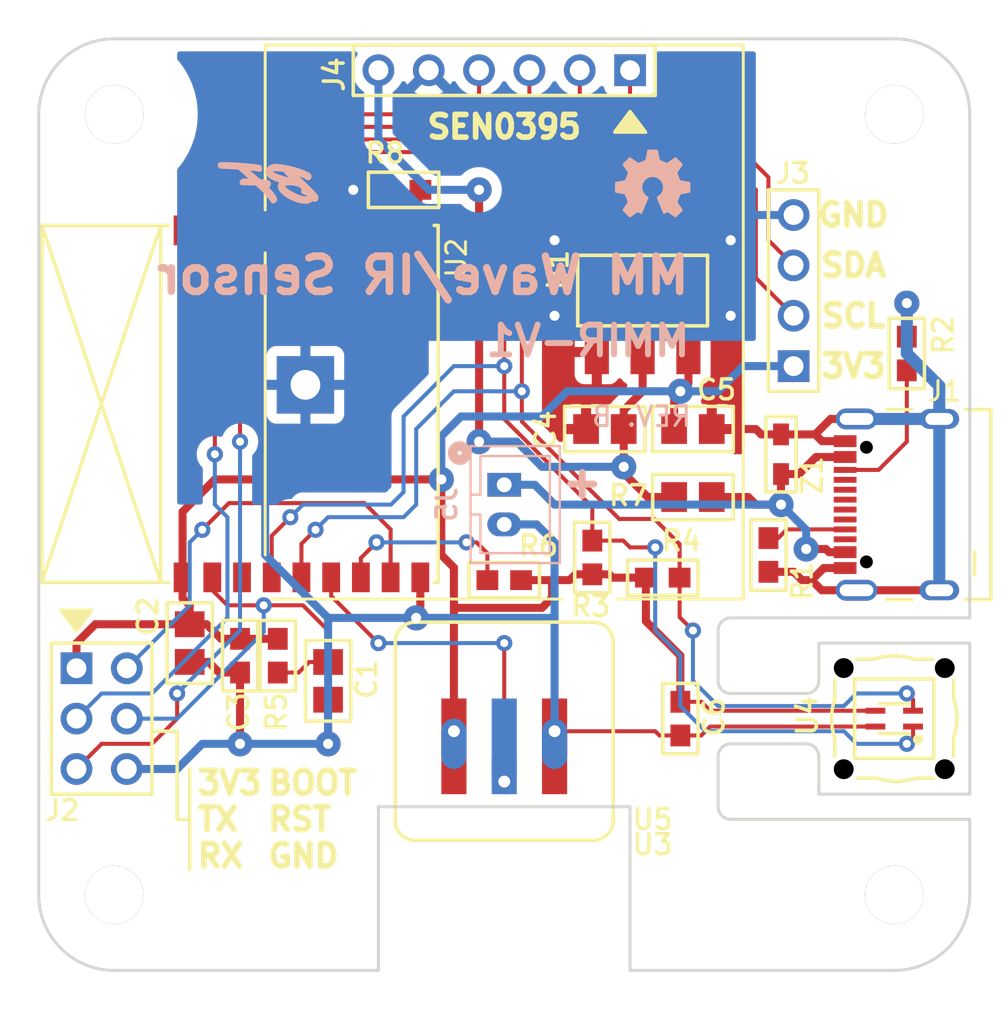
<source format=kicad_pcb>
(kicad_pcb (version 20211014) (generator pcbnew)
  (title_block (date "2022-08-14") (rev "B"))
  (layers (0 "F.Cu" signal) (31 "B.Cu" signal) (34 "B.Paste" user) (35 "F.Paste" user) (36 "B.SilkS" user "B.Silkscreen") (37 "F.SilkS" user "F.Silkscreen") (38 "B.Mask" user) (39 "F.Mask" user) (44 "Edge.Cuts" user))
  (property "DOC_NUM" "MMIR-SCH-01")
  (property "PART_NUM" "MMIR-V1")
  (property "PROJECT_TITLE" "ESPHome MMWave Sensor / IR Sensor")
  (net 0 "")
  (net 1 "GND")
  (net 2 "/RESET")
  (net 3 "+3V3")
  (net 5 "/TX")
  (net 6 "/RX")
  (net 7 "/BOOT")
  (net 8 "/PIR")
  (net 9 "/MM_TX")
  (net 10 "/MM_RX")
  (net 11 "/MM_PD")
  (net 12 "Net-(J1-PadA5)")
  (net 13 "Net-(J1-PadB5)")
  (net 14 "Net-(R6-Pad1)")
  (net 15 "Net-(R8-Pad2)")
  (net 16 "/SDA")
  (net 17 "/SCL")
  (net 25 "/MM_GP1")
  (net 26 "+5V")
  (net 27 "Net-(J1-PadVB)")
  (footprint "conn-header:HDR-M-2x03" (layer "F.Cu") (at 114.3 84.455 -90)
    (fp_text reference "J2" (at 5.207 1.016 180) (layer "F.SilkS") (effects (font (thickness 0.18)) (justify right bottom)))
    (fp_text value "PROG" hide)
    (pad "1" thru_hole rect locked (at -2.54 1.27 270) (size 1.6 1.6) (drill 1) (layers *.Cu *.Mask) (net 3 "+3V3"))
    (pad "2" thru_hole circle locked (at -2.54 -1.27 270) (size 1.6 1.6) (drill 1) (layers *.Cu *.Mask) (net 7 "/BOOT"))
    (pad "3" thru_hole circle locked (at 0 1.27 270) (size 1.6 1.6) (drill 1) (layers *.Cu *.Mask) (net 5 "/TX"))
    (pad "4" thru_hole circle locked (at 0 -1.27 270) (size 1.6 1.6) (drill 1) (layers *.Cu *.Mask) (net 2 "/RESET"))
    (pad "5" thru_hole circle locked (at 2.54 1.27 270) (size 1.6 1.6) (drill 1) (layers *.Cu *.Mask) (net 6 "/RX"))
    (pad "6" thru_hole circle locked (at 2.54 -1.27 270) (size 1.6 1.6) (drill 1) (layers *.Cu *.Mask) (net 1 "GND"))
  )
  (footprint "conn-io:GCT_USB4105-GF-A" (layer "F.Cu") (at 159.179997 73.66 90)
    (fp_text reference "J1" (at 5.715 -2.334997 180) (layer "F.SilkS"))
    (fp_text value "USB4105-GF-A" hide)
    (pad "" np_thru_hole circle (at -2.89 -6.28 90) (size 0.65 0.65) (drill 0.65) (layers *.Mask))
    (pad "" np_thru_hole circle (at 2.89 -6.28 90) (size 0.65 0.65) (drill 0.65) (layers *.Mask))
    (pad "A5" smd rect (at -1.25 -7.355 90) (size 0.3 1.15) (layers "F.Cu" "F.Paste" "F.Mask") (net 12 "Net-(J1-PadA5)"))
    (pad "A6" smd rect (at -0.25 -7.355 90) (size 0.3 1.15) (layers "F.Cu" "F.Paste" "F.Mask"))
    (pad "A7" smd rect (at 0.25 -7.355 90) (size 0.3 1.15) (layers "F.Cu" "F.Paste" "F.Mask"))
    (pad "A8" smd rect (at 1.25 -7.355 90) (size 0.3 1.15) (layers "F.Cu" "F.Paste" "F.Mask"))
    (pad "B5" smd rect (at 1.75 -7.355 90) (size 0.3 1.15) (layers "F.Cu" "F.Paste" "F.Mask") (net 13 "Net-(J1-PadB5)"))
    (pad "B6" smd rect (at 0.75 -7.355 90) (size 0.3 1.15) (layers "F.Cu" "F.Paste" "F.Mask"))
    (pad "B7" smd rect (at -0.75 -7.355 90) (size 0.3 1.15) (layers "F.Cu" "F.Paste" "F.Mask"))
    (pad "B8" smd rect (at -1.75 -7.355 90) (size 0.3 1.15) (layers "F.Cu" "F.Paste" "F.Mask"))
    (pad "G" smd rect (at -3.2 -7.355 90) (size 0.6 1.15) (layers "F.Cu" "F.Paste" "F.Mask") (net 1 "GND"))
    (pad "G" smd rect (at 3.2 -7.355 90) (size 0.6 1.15) (layers "F.Cu" "F.Paste" "F.Mask") (net 1 "GND"))
    (pad "SH" thru_hole oval (at 4.32 -2.6 90) (size 1 2) (drill oval 0.6 1.4) (layers *.Cu *.Mask) (net 1 "GND"))
    (pad "SH" thru_hole oval (at -4.32 -2.6 90) (size 1 2) (drill oval 0.6 1.4) (layers *.Cu *.Mask) (net 1 "GND"))
    (pad "SH" thru_hole oval (at 4.32 -6.78 90) (size 1.05 2.1) (drill oval 0.6 1.7) (layers *.Cu *.Mask) (net 1 "GND"))
    (pad "SH" thru_hole oval (at -4.32 -6.78 90) (size 1.05 2.1) (drill oval 0.6 1.7) (layers *.Cu *.Mask) (net 1 "GND"))
    (pad "VB" smd rect (at -2.4 -7.355 90) (size 0.6 1.15) (layers "F.Cu" "F.Paste" "F.Mask") (net 27 "Net-(J1-PadVB)"))
    (pad "VB" smd rect (at 2.4 -7.355 90) (size 0.6 1.15) (layers "F.Cu" "F.Paste" "F.Mask") (net 27 "Net-(J1-PadVB)"))
  )
  (footprint "symbols:Arrow" (layer "F.Cu") (at 140.97 54.483 180)
    (fp_text reference "REF**" hide)
    (fp_text value "VAL**" hide)
  )
  (footprint "conn-wire-pads:Hole-Screw-NP-#4" (layer "F.Cu") (at 154.305 93.345)
    (fp_text reference "H2" hide)
    (fp_text value "Hole" hide)
    (pad "P" thru_hole circle locked (at 0 0) (size 2.9464 2.9464) (drill 2.9464) (layers *.Cu *.Mask) (clearance 2.7178))
  )
  (footprint "smt-sot:SOT-223" (layer "F.Cu") (at 141.605 62.865)
    (fp_text reference "U1" (at -3.683 -2.159 90) (layer "F.SilkS") (effects (font (thickness 0.18)) (justify right bottom)))
    (fp_text value "AP7365-33ERG-13" hide)
    (pad "1" smd rect (at -2.3114 3.0988) (size 1.2192 2.2352) (layers "F.Cu" "F.Paste" "F.Mask") (net 1 "GND"))
    (pad "2" smd rect (at 0 3.0988) (size 1.2192 2.2352) (layers "F.Cu" "F.Paste" "F.Mask") (net 26 "+5V"))
    (pad "2" smd rect (at 0 -3.099) (size 3.6 2.2) (layers "F.Cu" "F.Paste" "F.Mask") (net 26 "+5V"))
    (pad "3" smd rect (at 2.3114 3.0988) (size 1.2192 2.2352) (layers "F.Cu" "F.Paste" "F.Mask") (net 3 "+3V3"))
  )
  (footprint "smt:FER-0805" (layer "F.Cu") (at 144.145 73.279 180)
    (fp_text reference "R7" (at 2.159 -0.508) (layer "F.SilkS") (effects (font (thickness 0.18)) (justify right bottom)))
    (fp_text value "0" hide)
    (pad "1" smd rect locked (at -0.95 0 180) (size 1.3 1.5) (layers "F.Cu" "F.Paste" "F.Mask") (net 27 "Net-(J1-PadVB)"))
    (pad "2" smd rect locked (at 0.95 0 180) (size 1.3 1.5) (layers "F.Cu" "F.Paste" "F.Mask") (net 26 "+5V"))
  )
  (footprint "conn-wire-pads:Hole-Screw-NP-#4" (layer "F.Cu") (at 114.935 53.975)
    (fp_text reference "H3" hide)
    (fp_text value "Hole" hide)
    (pad "P" thru_hole circle locked (at 0 0) (size 2.9464 2.9464) (drill 2.9464) (layers *.Cu *.Mask) (clearance 2.7178))
  )
  (footprint "misc:SF2-SensorCap" (layer "F.Cu") (at 154.305 84.455)
    (fp_text reference "H5" hide)
    (fp_text value "SF2" hide)
    (pad "" np_thru_hole circle (at 2.55 -2.55) (size 1 1) (drill 1) (layers *.Mask))
    (pad "" np_thru_hole circle (at -2.55 2.55) (size 1 1) (drill 1) (layers *.Mask))
    (pad "" np_thru_hole circle (at -2.55 -2.55) (size 1 1) (drill 1) (layers *.Mask))
    (pad "" np_thru_hole circle (at 2.55 2.55) (size 1 1) (drill 1) (layers *.Mask))
  )
  (footprint "smt:C-0603" (layer "F.Cu") (at 121.285 81.28 90)
    (fp_text reference "C3" (at -3.937 0.508 270) (layer "F.SilkS") (effects (font (thickness 0.18)) (justify left bottom)))
    (fp_text value "100nF" hide)
    (pad "1" smd rect locked (at -0.85 0 90) (size 1.1 1) (layers "F.Cu" "F.Paste" "F.Mask") (net 1 "GND"))
    (pad "2" smd rect locked (at 0.85 0 90) (size 1.1 1) (layers "F.Cu" "F.Paste" "F.Mask") (net 3 "+3V3"))
  )
  (footprint "smt:R-0603" (layer "F.Cu") (at 134.62 77.47)
    (fp_text reference "R6" (at 0.635 -1.143) (layer "F.SilkS") (effects (font (thickness 0.18)) (justify left bottom)))
    (fp_text value "10k" hide)
    (pad "1" smd rect locked (at -0.85 0) (size 1.1 1) (layers "F.Cu" "F.Paste" "F.Mask") (net 14 "Net-(R6-Pad1)"))
    (pad "2" smd rect locked (at 0.85 0) (size 1.1 1) (layers "F.Cu" "F.Paste" "F.Mask") (net 3 "+3V3"))
  )
  (footprint "symbols:Arrow" (layer "F.Cu") (at 113.03 79.375)
    (fp_text reference "REF**" hide)
    (fp_text value "VAL**" hide)
  )
  (footprint "conn-wire-pads:Hole-Screw-NP-#4" (layer "F.Cu") (at 114.935 93.345)
    (fp_text reference "H1" hide)
    (fp_text value "Hole" hide)
    (pad "P" thru_hole circle locked (at 0 0) (size 2.9464 2.9464) (drill 2.9464) (layers *.Cu *.Mask) (clearance 2.7178))
  )
  (footprint "misc:PIR-EKMB1310111K-EDGE" (layer "F.Cu") (at 134.62 88.9)
    (fp_text reference "U3" (at 7.493 1.905 unlocked) (layer "F.SilkS") (effects (font (thickness 0.18))))
    (fp_text value "EKMB1305111K" hide)
    (pad "1" smd rect (at -2.54 -3.048) (size 1.27 4.826) (layers "F.Cu" "F.Paste" "F.Mask") (net 3 "+3V3"))
    (pad "2" smd rect (at 0 -3.048) (size 1.27 4.826) (layers "B.Cu" "B.Paste" "B.Mask") (net 8 "/PIR"))
    (pad "3" smd rect (at 2.54 -3.048) (size 1.27 4.826) (layers "F.Cu" "F.Paste" "F.Mask") (net 1 "GND"))
  )
  (footprint "smt:C-0805" (layer "F.Cu") (at 118.745 80.645 90)
    (fp_text reference "C2" (at 0.254 -1.524 90) (layer "F.SilkS") (effects (font (thickness 0.18)) (justify left bottom)))
    (fp_text value "10uF" hide)
    (pad "1" smd rect locked (at -0.95 0 90) (size 1.3 1.5) (layers "F.Cu" "F.Paste" "F.Mask") (net 1 "GND"))
    (pad "2" smd rect locked (at 0.95 0 90) (size 1.3 1.5) (layers "F.Cu" "F.Paste" "F.Mask") (net 3 "+3V3"))
  )
  (footprint "smt:R-0603" (layer "F.Cu") (at 123.19 81.28 90)
    (fp_text reference "R5" (at -3.937 0.508 270) (layer "F.SilkS") (effects (font (thickness 0.18)) (justify left bottom)))
    (fp_text value "10k" hide)
    (pad "1" smd rect locked (at -0.85 0 90) (size 1.1 1) (layers "F.Cu" "F.Paste" "F.Mask") (net 2 "/RESET"))
    (pad "2" smd rect locked (at 0.85 0 90) (size 1.1 1) (layers "F.Cu" "F.Paste" "F.Mask") (net 3 "+3V3"))
  )
  (footprint "smt:C-0805" (layer "F.Cu") (at 125.73 82.55 90)
    (fp_text reference "C1" (at -1.016 2.54 90) (layer "F.SilkS") (effects (font (thickness 0.18)) (justify left bottom)))
    (fp_text value "1uF" hide)
    (pad "1" smd rect locked (at -0.95 0 90) (size 1.3 1.5) (layers "F.Cu" "F.Paste" "F.Mask") (net 1 "GND"))
    (pad "2" smd rect locked (at 0.95 0 90) (size 1.3 1.5) (layers "F.Cu" "F.Paste" "F.Mask") (net 2 "/RESET"))
  )
  (footprint "smt:R-0603" (layer "F.Cu") (at 129.54 57.785)
    (fp_text reference "R8" (at -2.032 -1.27) (layer "F.SilkS") (effects (font (thickness 0.18)) (justify left bottom)))
    (fp_text value "10k" hide)
    (pad "1" smd rect locked (at -0.85 0) (size 1.1 1) (layers "F.Cu" "F.Paste" "F.Mask") (net 1 "GND"))
    (pad "2" smd rect locked (at 0.85 0) (size 1.1 1) (layers "F.Cu" "F.Paste" "F.Mask") (net 15 "Net-(R8-Pad2)"))
  )
  (footprint "misc:ESP32-C3-WROOM" (layer "F.Cu") (at 121.285 68.58 90)
    (fp_text reference "U2" (at 7.366 10.922 90) (layer "F.SilkS"))
    (fp_text value "ESP32-C3-WROOM-02" hide)
    (pad "1" smd rect locked (at -8.75 -2.9 90) (size 1.5 0.9) (layers "F.Cu" "F.Paste" "F.Mask") (net 3 "+3V3"))
    (pad "2" smd rect locked (at -8.75 -1.4 90) (size 1.5 0.9) (layers "F.Cu" "F.Paste" "F.Mask") (net 2 "/RESET"))
    (pad "3" smd rect locked (at -8.75 0.1 90) (size 1.5 0.9) (layers "F.Cu" "F.Paste" "F.Mask"))
    (pad "4" smd rect locked (at -8.75 1.6 90) (size 1.5 0.9) (layers "F.Cu" "F.Paste" "F.Mask") (net 16 "/SDA"))
    (pad "5" smd rect locked (at -8.75 3.1 90) (size 1.5 0.9) (layers "F.Cu" "F.Paste" "F.Mask") (net 17 "/SCL"))
    (pad "6" smd rect locked (at -8.75 4.6 90) (size 1.5 0.9) (layers "F.Cu" "F.Paste" "F.Mask") (net 8 "/PIR"))
    (pad "7" smd rect locked (at -8.75 6.1 90) (size 1.5 0.9) (layers "F.Cu" "F.Paste" "F.Mask") (net 14 "Net-(R6-Pad1)"))
    (pad "8" smd rect locked (at -8.75 7.6 90) (size 1.5 0.9) (layers "F.Cu" "F.Paste" "F.Mask") (net 7 "/BOOT"))
    (pad "9" smd rect locked (at -8.75 9.1 90) (size 1.5 0.9) (layers "F.Cu" "F.Paste" "F.Mask") (net 1 "GND"))
    (pad "10" smd rect locked (at 8.75 9.1 90) (size 1.5 0.9) (layers "F.Cu" "F.Paste" "F.Mask") (net 15 "Net-(R8-Pad2)"))
    (pad "11" smd rect locked (at 8.75 7.6 90) (size 1.5 0.9) (layers "F.Cu" "F.Paste" "F.Mask") (net 6 "/RX"))
    (pad "12" smd rect locked (at 8.75 6.1 90) (size 1.5 0.9) (layers "F.Cu" "F.Paste" "F.Mask") (net 5 "/TX"))
    (pad "13" smd rect locked (at 8.75 4.6 90) (size 1.5 0.9) (layers "F.Cu" "F.Paste" "F.Mask") (net 9 "/MM_TX"))
    (pad "14" smd rect locked (at 8.75 3.1 90) (size 1.5 0.9) (layers "F.Cu" "F.Paste" "F.Mask") (net 10 "/MM_RX"))
    (pad "15" smd rect locked (at 8.75 1.6 90) (size 1.5 0.9) (layers "F.Cu" "F.Paste" "F.Mask") (net 25 "/MM_GP1"))
    (pad "16" smd rect locked (at 8.75 0.1 90) (size 1.5 0.9) (layers "F.Cu" "F.Paste" "F.Mask"))
    (pad "17" smd rect locked (at 8.75 -1.4 90) (size 1.5 0.9) (layers "F.Cu" "F.Paste" "F.Mask") (net 11 "/MM_PD"))
    (pad "18" smd rect locked (at 8.75 -2.9 90) (size 1.5 0.9) (layers "F.Cu" "F.Paste" "F.Mask"))
    (pad "EP" thru_hole rect locked (at 0.96 3.3 90) (size 2.9 2.9) (drill 1.5) (property pad_prop_heatsink) (layers *.Cu *.Mask) (net 1 "GND"))
    (zone (net 0) (net_name "") (layer "F.Cu") (connect_pads (clearance 0)) (min_thickness 0.254)
      (keepout (tracks not_allowed) (vias not_allowed) (pads not_allowed) (copperpour not_allowed) (footprints allowed))
      (fill (thermal_gap 0.508) (thermal_bridge_width 0.508))
      (polygon (pts (xy 117.285 77.58) (xy 117.285 59.58) (xy 111.285 59.58) (xy 111.285 77.58)))
    )
    (zone (net 0) (net_name "") (layer "B.Cu") (connect_pads (clearance 0)) (min_thickness 0.254)
      (keepout (tracks not_allowed) (vias not_allowed) (pads not_allowed) (copperpour not_allowed) (footprints allowed))
      (fill (thermal_gap 0.508) (thermal_bridge_width 0.508))
      (polygon (pts (xy 117.285 59.58) (xy 117.285 77.58) (xy 111.285 77.58) (xy 111.285 59.58)))
    )
  )
  (footprint "smt:R-0603" (layer "F.Cu") (at 154.94 66.04 -90)
    (fp_text reference "R2" (at -2.032 -2.413 90) (layer "F.SilkS") (effects (font (thickness 0.18)) (justify right bottom)))
    (fp_text value "5.1k" hide)
    (pad "1" smd rect locked (at -0.85 0 270) (size 1.1 1) (layers "F.Cu" "F.Paste" "F.Mask") (net 1 "GND"))
    (pad "2" smd rect locked (at 0.85 0 270) (size 1.1 1) (layers "F.Cu" "F.Paste" "F.Mask") (net 13 "Net-(J1-PadB5)"))
  )
  (footprint "conn-wire-pads:Hole-Screw-NP-#4" (layer "F.Cu") (at 154.305 53.975)
    (fp_text reference "H4" hide)
    (fp_text value "Hole" hide)
    (pad "P" thru_hole circle locked (at 0 0) (size 2.9464 2.9464) (drill 2.9464) (layers *.Cu *.Mask) (clearance 2.7178))
  )
  (footprint "smt:SOD-323-NP" (layer "F.Cu") (at 148.59 71.12 -90)
    (fp_text reference "Z1" (at 0 -2.159 90) (layer "F.SilkS") (effects (font (thickness 0.18)) (justify right bottom)))
    (fp_text value "CDSOD323-T05C" hide)
    (pad "1" smd rect (at -1 0 270) (size 1.1 0.8) (layers "F.Cu" "F.Paste" "F.Mask") (net 1 "GND"))
    (pad "2" smd rect (at 1 0 270) (size 1.1 0.8) (layers "F.Cu" "F.Paste" "F.Mask") (net 27 "Net-(J1-PadVB)"))
  )
  (footprint "smt-dfn:DFN4" (layer "F.Cu") (at 154.305 84.455 180)
    (fp_text reference "U4" (at 3.81 1.27 90) (layer "F.SilkS") (effects (font (thickness 0.18)) (justify right bottom)))
    (fp_text value "SHT4X" hide)
    (pad "1" smd rect (at -0.95 -0.4 180) (size 1 0.3) (layers "F.Cu" "F.Paste" "F.Mask") (net 16 "/SDA") (clearance 0.25))
    (pad "2" smd rect (at -0.95 0.4 180) (size 1 0.3) (layers "F.Cu" "F.Paste" "F.Mask") (net 17 "/SCL") (clearance 0.25))
    (pad "3" smd rect (at 0.95 0.4 180) (size 1 0.3) (layers "F.Cu" "F.Paste" "F.Mask") (net 3 "+3V3") (clearance 0.25))
    (pad "4" smd rect (at 0.95 -0.4 180) (size 1 0.3) (layers "F.Cu" "F.Paste" "F.Mask") (net 1 "GND") (clearance 0.25))
  )
  (footprint "smt:R-0603" (layer "F.Cu") (at 142.621 77.343 180)
    (fp_text reference "R4" (at -2.032 1.27) (layer "F.SilkS") (effects (font (thickness 0.18)) (justify right bottom)))
    (fp_text value "10k" hide)
    (pad "1" smd rect locked (at -0.85 0 180) (size 1.1 1) (layers "F.Cu" "F.Paste" "F.Mask") (net 17 "/SCL"))
    (pad "2" smd rect locked (at 0.85 0 180) (size 1.1 1) (layers "F.Cu" "F.Paste" "F.Mask") (net 3 "+3V3"))
  )
  (footprint "smt:C-0805" (layer "F.Cu") (at 144.145 69.85 180)
    (fp_text reference "C5" (at -2.286 1.397) (layer "F.SilkS") (effects (font (thickness 0.18)) (justify right bottom)))
    (fp_text value "1uF" hide)
    (pad "1" smd rect locked (at -0.95 0 180) (size 1.3 1.5) (layers "F.Cu" "F.Paste" "F.Mask") (net 1 "GND"))
    (pad "2" smd rect locked (at 0.95 0 180) (size 1.3 1.5) (layers "F.Cu" "F.Paste" "F.Mask") (net 3 "+3V3"))
  )
  (footprint "conn-header:HDR-M-1x04" (layer "F.Cu") (at 149.225 62.865 90)
    (fp_text reference "J3" (at 5.334 -1.016 180) (layer "F.SilkS") (effects (font (thickness 0.18)) (justify left bottom)))
    (fp_text value "I2C" hide)
    (pad "1" thru_hole rect locked (at -3.81 0 90) (size 1.6 1.6) (drill 1) (layers *.Cu *.Mask) (net 3 "+3V3"))
    (pad "2" thru_hole circle locked (at -1.27 0 90) (size 1.6 1.6) (drill 1) (layers *.Cu *.Mask) (net 17 "/SCL"))
    (pad "3" thru_hole circle locked (at 1.27 0 90) (size 1.6 1.6) (drill 1) (layers *.Cu *.Mask) (net 16 "/SDA"))
    (pad "4" thru_hole circle locked (at 3.81 0 90) (size 1.6 1.6) (drill 1) (layers *.Cu *.Mask) (net 1 "GND"))
  )
  (footprint "smt:C-0805" (layer "F.Cu") (at 139.7 69.85)
    (fp_text reference "C4" (at -2.413 1.143 90) (layer "F.SilkS") (effects (font (thickness 0.18)) (justify left bottom)))
    (fp_text value "1uF" hide)
    (pad "1" smd rect locked (at -0.95 0) (size 1.3 1.5) (layers "F.Cu" "F.Paste" "F.Mask") (net 1 "GND"))
    (pad "2" smd rect locked (at 0.95 0) (size 1.3 1.5) (layers "F.Cu" "F.Paste" "F.Mask") (net 26 "+5V"))
  )
  (footprint "smt:C-0603" (layer "F.Cu") (at 143.51 84.455 90)
    (fp_text reference "C6" (at -1.016 2.286 270) (layer "F.SilkS") (effects (font (thickness 0.18)) (justify left bottom)))
    (fp_text value "100nF" hide)
    (pad "1" smd rect locked (at -0.85 0 90) (size 1.1 1) (layers "F.Cu" "F.Paste" "F.Mask") (net 1 "GND"))
    (pad "2" smd rect locked (at 0.85 0 90) (size 1.1 1) (layers "F.Cu" "F.Paste" "F.Mask") (net 3 "+3V3"))
  )
  (footprint "smt:R-0603" (layer "F.Cu") (at 139.065 76.327 -90)
    (fp_text reference "R3" (at 3.048 -1.016 180) (layer "F.SilkS") (effects (font (thickness 0.18)) (justify right bottom)))
    (fp_text value "10k" hide)
    (pad "1" smd rect locked (at -0.85 0 270) (size 1.1 1) (layers "F.Cu" "F.Paste" "F.Mask") (net 16 "/SDA"))
    (pad "2" smd rect locked (at 0.85 0 270) (size 1.1 1) (layers "F.Cu" "F.Paste" "F.Mask") (net 3 "+3V3"))
  )
  (footprint "smt:R-0603" (layer "F.Cu") (at 147.955 76.2 90)
    (fp_text reference "R1" (at -2.413 2.286 270) (layer "F.SilkS") (effects (font (thickness 0.18)) (justify left bottom)))
    (fp_text value "5.1k" hide)
    (pad "1" smd rect locked (at -0.85 0 90) (size 1.1 1) (layers "F.Cu" "F.Paste" "F.Mask") (net 1 "GND"))
    (pad "2" smd rect locked (at 0.85 0 90) (size 1.1 1) (layers "F.Cu" "F.Paste" "F.Mask") (net 12 "Net-(J1-PadA5)"))
  )
  (footprint "misc:PIR-EKMB1310111K" (layer "F.Cu") (at 134.62 85.09)
    (fp_text reference "U5" (at 7.493 4.445 unlocked) (layer "F.SilkS") (effects (font (thickness 0.18))))
    (fp_text value "N/A" hide)
    (pad "1" thru_hole oval (at -2.54 0 180) (size 1.27 2.54) (drill 0.6 (offset 0 -0.635)) (layers *.Cu *.Mask) (net 3 "+3V3"))
    (pad "2" thru_hole oval (at 0 2.54) (size 1.27 2.54) (drill 0.6 (offset 0 -0.635)) (layers *.Cu *.Mask) (net 8 "/PIR"))
    (pad "3" thru_hole oval (at 2.54 0 180) (size 1.27 2.54) (drill 0.6 (offset 0 -0.635)) (layers *.Cu *.Mask) (net 1 "GND"))
  )
  (footprint "conn-header:HDR-M-1x06" (layer "F.Cu") (at 134.62 51.7525 180)
    (fp_text reference "J4" (at 8.001 0.762 90) (layer "F.SilkS") (effects (font (thickness 0.18)) (justify right bottom)))
    (fp_text value "MMW_SENSOR" hide)
    (pad "1" thru_hole rect locked (at -6.35 0 180) (size 1.6 1.6) (drill 1) (layers *.Cu *.Mask) (net 9 "/MM_TX"))
    (pad "2" thru_hole circle locked (at -3.81 0 180) (size 1.6 1.6) (drill 1) (layers *.Cu *.Mask) (net 10 "/MM_RX"))
    (pad "3" thru_hole circle locked (at -1.27 0 180) (size 1.6 1.6) (drill 1) (layers *.Cu *.Mask) (net 25 "/MM_GP1"))
    (pad "4" thru_hole circle locked (at 1.27 0 180) (size 1.6 1.6) (drill 1) (layers *.Cu *.Mask) (net 11 "/MM_PD"))
    (pad "5" thru_hole circle locked (at 3.81 0 180) (size 1.6 1.6) (drill 1) (layers *.Cu *.Mask) (net 1 "GND"))
    (pad "6" thru_hole circle locked (at 6.35 0 180) (size 1.6 1.6) (drill 1) (layers *.Cu *.Mask) (net 26 "+5V"))
  )
  (footprint "symbols:SIGNATURE_SILK" (layer "B.Cu") (at 122.809 57.404 180)
    (fp_text reference "REF**" hide)
    (fp_text value "VAL**" hide)
  )
  (footprint "symbols:LOGO-OSHW-150" (layer "B.Cu") (at 142.113 57.658 180)
    (fp_text reference "REF**" hide)
    (fp_text value "VAL**" hide)
  )
  (footprint "symbols:PART_INFO" (layer "B.Cu") (at 144.145 67.564 180)
    (fp_text reference "REF**" hide)
    (fp_text value "PART_INFO" hide)
    (fp_text user "REV. ${REVISION}" (at 0 -1.651 unlocked) (layer "B.SilkS") (effects (justify left mirror)))
    (fp_text user "${PART_NUM}" (at 0 2.159 unlocked) (layer "B.SilkS") (effects (font (size 1.5 1.5) (thickness 0.3)) (justify left mirror)))
  )
  (footprint "conn-jst:B2B-PH-K" (layer "B.Cu") (at 134.62 73.66 -90)
    (fp_text reference "J5" (at 0 2.9 90) (layer "B.SilkS") (effects (font (thickness 0.18)) (justify mirror)))
    (fp_text value "VIN" hide)
    (pad "1" thru_hole rect locked (at -1 0 270) (size 1.2 1.7) (drill 0.75) (layers *.Cu *.Mask) (net 27 "Net-(J1-PadVB)"))
    (pad "2" thru_hole oval locked (at 1 0 270) (size 1.2 1.7) (drill 0.75) (layers *.Cu *.Mask) (net 1 "GND"))
  )
  (gr_line (start 118.745 86.995) (end 118.745 89.535) (layer "F.SilkS") (width 0.15))
  (gr_line (start 116.84 85.09) (end 118.11 85.09) (layer "F.SilkS") (width 0.1778))
  (gr_line (start 137.541 78.4225) (end 122.8725 78.4225) (layer "F.SilkS") (width 0.15))
  (gr_line (start 146.685 78.4225) (end 140.335 78.4225) (layer "F.SilkS") (width 0.15))
  (gr_line (start 146.685 50.546) (end 146.685 78.4225) (layer "F.SilkS") (width 0.15))
  (gr_line (start 122.555 50.4825) (end 127 50.4825) (layer "F.SilkS") (width 0.15))
  (gr_line (start 118.745 89.535) (end 118.745 92.075) (layer "F.SilkS") (width 0.1778))
  (gr_line (start 118.745 89.535) (end 118.745 86.995) (layer "F.SilkS") (width 0.1778))
  (gr_line (start 122.555 58.801) (end 122.555 50.4825) (layer "F.SilkS") (width 0.15))
  (gr_line (start 142.24 50.4825) (end 146.685 50.4825) (layer "F.SilkS") (width 0.15))
  (gr_line (start 122.555 76.2) (end 122.555 60.96) (layer "F.SilkS") (width 0.15))
  (gr_line (start 118.11 89.535) (end 118.745 89.535) (layer "F.SilkS") (width 0.1778))
  (gr_line (start 118.11 85.09) (end 118.11 89.535) (layer "F.SilkS") (width 0.1778))
  (gr_line (start 150.495 82.55) (end 150.495 80.645) (layer "Edge.Cuts") (width 0.15))
  (gr_line (start 111.125 93.345) (end 111.125 53.975) (layer "Edge.Cuts") (width 0.15))
  (gr_arc (start 146.05 83.185) (mid 145.600987 82.999013) (end 145.415 82.55) (layer "Edge.Cuts") (width 0.15))
  (gr_line (start 140.97 97.155) (end 140.97 88.9) (layer "Edge.Cuts") (width 0.15))
  (gr_line (start 158.115 89.535) (end 158.115 93.345) (layer "Edge.Cuts") (width 0.15))
  (gr_line (start 149.86 83.185) (end 146.05 83.185) (layer "Edge.Cuts") (width 0.15))
  (gr_line (start 145.415 80.01) (end 145.415 82.55) (layer "Edge.Cuts") (width 0.15))
  (gr_arc (start 145.415 86.36) (mid 145.600987 85.910987) (end 146.05 85.725) (layer "Edge.Cuts") (width 0.15))
  (gr_arc (start 146.05 89.535) (mid 145.600987 89.349013) (end 145.415 88.9) (layer "Edge.Cuts") (width 0.15))
  (gr_arc (start 149.86 85.725) (mid 150.309013 85.910987) (end 150.495 86.36) (layer "Edge.Cuts") (width 0.15))
  (gr_arc (start 150.495 82.55) (mid 150.309013 82.999013) (end 149.86 83.185) (layer "Edge.Cuts") (width 0.15))
  (gr_line (start 150.495 80.645) (end 158.115 80.645) (layer "Edge.Cuts") (width 0.15))
  (gr_arc (start 114.935 97.155) (mid 112.240923 96.039077) (end 111.125 93.345) (layer "Edge.Cuts") (width 0.15))
  (gr_arc (start 111.125 53.975) (mid 112.240923 51.280923) (end 114.935 50.165) (layer "Edge.Cuts") (width 0.15))
  (gr_line (start 158.115 53.975) (end 158.115 79.375) (layer "Edge.Cuts") (width 0.15))
  (gr_arc (start 158.115 93.345) (mid 156.999077 96.039077) (end 154.305 97.155) (layer "Edge.Cuts") (width 0.15))
  (gr_line (start 145.415 86.36) (end 145.415 88.9) (layer "Edge.Cuts") (width 0.15))
  (gr_arc (start 145.415 80.01) (mid 145.600987 79.560987) (end 146.05 79.375) (layer "Edge.Cuts") (width 0.15))
  (gr_line (start 149.86 85.725) (end 146.05 85.725) (layer "Edge.Cuts") (width 0.15))
  (gr_line (start 128.27 88.9) (end 128.27 97.155) (layer "Edge.Cuts") (width 0.15))
  (gr_line (start 158.115 79.375) (end 146.05 79.375) (layer "Edge.Cuts") (width 0.15))
  (gr_line (start 158.115 88.265) (end 150.495 88.265) (layer "Edge.Cuts") (width 0.15))
  (gr_line (start 158.115 80.645) (end 158.115 88.265) (layer "Edge.Cuts") (width 0.15))
  (gr_line (start 114.935 50.165) (end 154.305 50.165) (layer "Edge.Cuts") (width 0.15))
  (gr_line (start 128.27 97.155) (end 114.935 97.155) (layer "Edge.Cuts") (width 0.15))
  (gr_line (start 150.495 88.265) (end 150.495 86.36) (layer "Edge.Cuts") (width 0.15))
  (gr_line (start 140.97 88.9) (end 128.27 88.9) (layer "Edge.Cuts") (width 0.15))
  (gr_arc (start 154.305 50.165) (mid 156.999077 51.280923) (end 158.115 53.975) (layer "Edge.Cuts") (width 0.15))
  (gr_line (start 146.05 89.535) (end 158.115 89.535) (layer "Edge.Cuts") (width 0.15))
  (gr_line (start 140.97 97.155) (end 154.305 97.155) (layer "Edge.Cuts") (width 0.15))
  (gr_text "MM Wave/IR Sensor" (at 144.145 62.103) (layer "B.SilkS") (effects (font (size 1.778 1.778) (thickness 0.381)) (justify left mirror)))
  (gr_text "+" (at 138.557 72.517) (layer "B.SilkS") (effects (font (size 1.524 1.524) (thickness 0.3556)) (justify mirror)))
  (gr_text "GND" (at 152.2476 59.055) (layer "F.SilkS") (effects (font (size 1.143 1.143) (thickness 0.28575))))
  (gr_text "3V3" (at 152.2476 66.675) (layer "F.SilkS") (effects (font (size 1.143 1.143) (thickness 0.28575))))
  (gr_text "SDA" (at 152.2476 61.595) (layer "F.SilkS") (effects (font (size 1.143 1.143) (thickness 0.28575))))
  (gr_text "SCL" (at 152.2476 64.135) (layer "F.SilkS") (effects (font (size 1.143 1.143) (thickness 0.28575))))
  (gr_text "3V3\nTX\nRX" (at 118.999 89.535) (layer "F.SilkS") (effects (font (size 1.143 1.143) (thickness 0.28575)) (justify left)))
  (gr_text "SEN0395" (at 134.62 54.61) (layer "F.SilkS") (effects (font (size 1.143 1.143) (thickness 0.28575))))
  (gr_text "BOOT\nRST\nGND" (at 122.555 89.535) (layer "F.SilkS") (effects (font (size 1.143 1.143) (thickness 0.28575)) (justify left)))
  (segment (start 149.645 77.47) (end 150.135 77.47) (width 0.4064) (layer "F.Cu") (net 1))
  (segment (start 150.645 77.98) (end 150.135 77.47) (width 0.4064) (layer "F.Cu") (net 1))
  (segment (start 142.455 85.305) (end 142.24 85.09) (width 0.2032) (layer "F.Cu") (net 1))
  (segment (start 130.385 79.165) (end 130.385 77.33) (width 0.4064) (layer "F.Cu") (net 1))
  (segment (start 148.59 70.12) (end 147.59 70.12) (width 0.4064) (layer "F.Cu") (net 1))
  (segment (start 149.225 77.05) (end 149.645 77.47) (width 0.4064) (layer "F.Cu") (net 1))
  (segment (start 142.455 85.305) (end 143.51 85.305) (width 0.2032) (layer "F.Cu") (net 1))
  (segment (start 154.94 65.19) (end 154.94 63.5) (width 0.4064) (layer "F.Cu") (net 1))
  (segment (start 151.825 76.86) (end 150.745 76.86) (width 0.4064) (layer "F.Cu") (net 1))
  (segment (start 121.285 82.13) (end 120.23 82.13) (width 0.4064) (layer "F.Cu") (net 1))
  (segment (start 119.695 81.595) (end 118.745 81.595) (width 0.4064) (layer "F.Cu") (net 1))
  (segment (start 152.399997 77.98) (end 150.645 77.98) (width 0.4064) (layer "F.Cu") (net 1))
  (segment (start 151.824997 70.46) (end 150.6525 70.46) (width 0.4064) (layer "F.Cu") (net 1))
  (segment (start 144.565 85.305) (end 143.51 85.305) (width 0.2032) (layer "F.Cu") (net 1))
  (segment (start 147.59 70.12) (end 147.32 69.85) (width 0.4064) (layer "F.Cu") (net 1))
  (segment (start 153.355 84.855) (end 145.015 84.855) (width 0.2032) (layer "F.Cu") (net 1))
  (segment (start 156.579997 77.98) (end 152.399997 77.98) (width 0.4064) (layer "F.Cu") (net 1))
  (segment (start 145.015 84.855) (end 144.565 85.305) (width 0.2032) (layer "F.Cu") (net 1))
  (segment (start 128.69 57.785) (end 127 57.785) (width 0.4064) (layer "F.Cu") (net 1))
  (segment (start 142.24 85.09) (end 137.16 85.09) (width 0.2032) (layer "F.Cu") (net 1))
  (segment (start 150.745 76.86) (end 150.135 77.47) (width 0.4064) (layer "F.Cu") (net 1))
  (segment (start 150.3125 70.12) (end 148.59 70.12) (width 0.4064) (layer "F.Cu") (net 1))
  (segment (start 125.73 83.5) (end 125.73 85.725) (width 0.4064) (layer "F.Cu") (net 1))
  (segment (start 150.6525 70.46) (end 150.3125 70.12) (width 0.4064) (layer "F.Cu") (net 1))
  (segment (start 130.175 79.375) (end 130.385 79.165) (width 0.4064) (layer "F.Cu") (net 1))
  (segment (start 152.399997 69.34) (end 151.0925 69.34) (width 0.4064) (layer "F.Cu") (net 1))
  (segment (start 147.955 77.05) (end 149.225 77.05) (width 0.4064) (layer "F.Cu") (net 1))
  (segment (start 147.32 69.85) (end 145.095 69.85) (width 0.4064) (layer "F.Cu") (net 1))
  (segment (start 120.23 82.13) (end 119.695 81.595) (width 0.4064) (layer "F.Cu") (net 1))
  (segment (start 121.285 82.13) (end 121.285 85.725) (width 0.4064) (layer "F.Cu") (net 1))
  (segment (start 151.0925 69.34) (end 150.3125 70.12) (width 0.4064) (layer "F.Cu") (net 1))
  (via (at 146.05 64.135) (size 1.27) (drill 0.508) (layers "F.Cu" "B.Cu") (net 1))
  (via (at 146.05 60.325) (size 1.27) (drill 0.508) (layers "F.Cu" "B.Cu") (net 1))
  (via (at 130.175 79.375) (size 1.27) (drill 0.508) (layers "F.Cu" "B.Cu") (net 1))
  (via (at 121.285 85.725) (size 1.27) (drill 0.508) (layers "F.Cu" "B.Cu") (net 1))
  (via (at 127 57.785) (size 1.27) (drill 0.508) (layers "F.Cu" "B.Cu") (net 1))
  (via (at 137.16 60.325) (size 1.27) (drill 0.508) (layers "F.Cu" "B.Cu") (net 1))
  (via (at 137.16 64.135) (size 1.27) (drill 0.508) (layers "F.Cu" "B.Cu") (net 1))
  (via (at 125.73 85.725) (size 1.27) (drill 0.508) (layers "F.Cu" "B.Cu") (net 1))
  (via (at 154.94 63.5) (size 1.27) (drill 0.508) (layers "F.Cu" "B.Cu") (net 1))
  (segment (start 156.579997 67.679997) (end 154.94 66.04) (width 0.6096) (layer "B.Cu") (net 1))
  (segment (start 121.285 85.725) (end 125.73 85.725) (width 0.4064) (layer "B.Cu") (net 1))
  (segment (start 154.94 66.04) (end 154.94 63.5) (width 0.6096) (layer "B.Cu") (net 1))
  (segment (start 125.73 79.375) (end 125.73 85.725) (width 0.4064) (layer "B.Cu") (net 1))
  (segment (start 152.399997 69.34) (end 156.579997 69.34) (width 0.6096) (layer "B.Cu") (net 1))
  (segment (start 156.579997 69.34) (end 156.579997 67.679997) (width 0.6096) (layer "B.Cu") (net 1))
  (segment (start 130.175 79.375) (end 125.73 79.375) (width 0.4064) (layer "B.Cu") (net 1))
  (segment (start 146.05 59.055) (end 146.05 60.325) (width 0.4064) (layer "B.Cu") (net 1))
  (segment (start 118.11 86.995) (end 115.57 86.995) (width 0.4064) (layer "B.Cu") (net 1))
  (segment (start 122.555 76.2) (end 122.555 73.025) (width 0.4064) (layer "B.Cu") (net 1))
  (segment (start 122.555 73.025) (end 124.585 70.995) (width 0.4064) (layer "B.Cu") (net 1))
  (segment (start 137.16 85.09) (end 137.16 79.375) (width 0.4064) (layer "B.Cu") (net 1))
  (segment (start 137.16 79.375) (end 130.175 79.375) (width 0.4064) (layer "B.Cu") (net 1))
  (segment (start 124.585 70.995) (end 124.585 67.62) (width 0.4064) (layer "B.Cu") (net 1))
  (segment (start 121.285 85.725) (end 119.38 85.725) (width 0.4064) (layer "B.Cu") (net 1))
  (segment (start 156.579997 77.98) (end 156.579997 69.34) (width 0.6096) (layer "B.Cu") (net 1))
  (segment (start 136.255 74.66) (end 137.16 75.565) (width 0.4064) (layer "B.Cu") (net 1))
  (segment (start 137.16 75.565) (end 137.16 79.375) (width 0.4064) (layer "B.Cu") (net 1))
  (segment (start 119.38 85.725) (end 118.11 86.995) (width 0.4064) (layer "B.Cu") (net 1))
  (segment (start 149.225 59.055) (end 146.05 59.055) (width 0.4064) (layer "B.Cu") (net 1))
  (segment (start 134.62 74.66) (end 136.255 74.66) (width 0.4064) (layer "B.Cu") (net 1))
  (segment (start 125.73 79.375) (end 122.555 76.2) (width 0.4064) (layer "B.Cu") (net 1))
  (segment (start 125.73 80.01) (end 124.46 78.74) (width 0.2032) (layer "F.Cu") (net 2))
  (segment (start 119.885 77.975) (end 119.885 77.33) (width 0.2032) (layer "F.Cu") (net 2))
  (segment (start 124.775 81.6) (end 125.73 81.6) (width 0.2032) (layer "F.Cu") (net 2))
  (segment (start 123.19 82.13) (end 124.245 82.13) (width 0.2032) (layer "F.Cu") (net 2))
  (segment (start 125.73 81.6) (end 125.73 80.01) (width 0.2032) (layer "F.Cu") (net 2))
  (segment (start 124.46 78.74) (end 120.65 78.74) (width 0.2032) (layer "F.Cu") (net 2))
  (segment (start 124.245 82.13) (end 124.775 81.6) (width 0.2032) (layer "F.Cu") (net 2))
  (segment (start 120.65 78.74) (end 119.885 77.975) (width 0.2032) (layer "F.Cu") (net 2))
  (via (at 122.4793 78.74) (size 0.8128) (drill 0.4064) (layers "F.Cu" "B.Cu") (net 2))
  (segment (start 118.11 84.455) (end 122.4793 80.0857) (width 0.2032) (layer "B.Cu") (net 2))
  (segment (start 115.57 84.455) (end 118.11 84.455) (width 0.2032) (layer "B.Cu") (net 2))
  (segment (start 122.4793 80.0857) (end 122.4793 78.74) (width 0.2032) (layer "B.Cu") (net 2))
  (segment (start 132.08 78.74) (end 132.207 78.867) (width 0.4064) (layer "F.Cu") (net 3))
  (segment (start 137.033 78.359) (end 136.525 78.867) (width 0.4064) (layer "F.Cu") (net 3))
  (segment (start 137.033 78.359) (end 137.033 77.47) (width 0.4064) (layer "F.Cu") (net 3))
  (segment (start 132.08 76.835) (end 131.445 76.2) (width 0.4064) (layer "F.Cu") (net 3))
  (segment (start 118.385 74.02) (end 118.385 77.33) (width 0.4064) (layer "F.Cu") (net 3))
  (segment (start 139.065 77.177) (end 138.215 77.177) (width 0.4064) (layer "F.Cu") (net 3))
  (segment (start 143.9164 65.9638) (end 143.9164 67.5386) (width 0.4064) (layer "F.Cu") (net 3))
  (segment (start 118.385 78.38) (end 118.745 78.74) (width 0.4064) (layer "F.Cu") (net 3))
  (segment (start 153.355 84.055) (end 145.015 84.055) (width 0.2032) (layer "F.Cu") (net 3))
  (segment (start 118.745 79.695) (end 113.98 79.695) (width 0.4064) (layer "F.Cu") (net 3))
  (segment (start 139.915 77.177) (end 140.081 77.343) (width 0.4064) (layer "F.Cu") (net 3))
  (segment (start 123.19 80.43) (end 121.285 80.43) (width 0.4064) (layer "F.Cu") (net 3))
  (segment (start 113.03 80.645) (end 113.03 81.915) (width 0.4064) (layer "F.Cu") (net 3))
  (segment (start 141.771 79.541) (end 143.51 81.28) (width 0.4064) (layer "F.Cu") (net 3))
  (segment (start 119.5975 79.695) (end 118.745 79.695) (width 0.4064) (layer "F.Cu") (net 3))
  (segment (start 145.015 84.055) (end 144.565 83.605) (width 0.2032) (layer "F.Cu") (net 3))
  (segment (start 120.015 72.39) (end 118.385 74.02) (width 0.4064) (layer "F.Cu") (net 3))
  (segment (start 144.565 83.605) (end 143.51 83.605) (width 0.2032) (layer "F.Cu") (net 3))
  (segment (start 121.285 80.43) (end 120.3325 80.43) (width 0.4064) (layer "F.Cu") (net 3))
  (segment (start 118.385 77.33) (end 118.385 78.38) (width 0.4064) (layer "F.Cu") (net 3))
  (segment (start 118.745 78.74) (end 118.745 79.695) (width 0.4064) (layer "F.Cu") (net 3))
  (segment (start 132.08 85.09) (end 132.08 78.74) (width 0.4064) (layer "F.Cu") (net 3))
  (segment (start 143.195 69.85) (end 143.195 68.26) (width 0.4064) (layer "F.Cu") (net 3))
  (segment (start 140.081 77.343) (end 141.771 77.343) (width 0.4064) (layer "F.Cu") (net 3))
  (segment (start 132.08 78.74) (end 132.08 76.835) (width 0.4064) (layer "F.Cu") (net 3))
  (segment (start 132.207 78.867) (end 136.525 78.867) (width 0.4064) (layer "F.Cu") (net 3))
  (segment (start 143.195 68.26) (end 143.51 67.945) (width 0.4064) (layer "F.Cu") (net 3))
  (segment (start 137.922 77.47) (end 137.033 77.47) (width 0.4064) (layer "F.Cu") (net 3))
  (segment (start 138.215 77.177) (end 137.922 77.47) (width 0.4064) (layer "F.Cu") (net 3))
  (segment (start 143.51 81.28) (end 143.51 83.605) (width 0.4064) (layer "F.Cu") (net 3))
  (segment (start 137.033 77.47) (end 135.47 77.47) (width 0.4064) (layer "F.Cu") (net 3))
  (segment (start 139.065 77.177) (end 139.915 77.177) (width 0.4064) (layer "F.Cu") (net 3))
  (segment (start 131.445 76.2) (end 131.445 72.39) (width 0.4064) (layer "F.Cu") (net 3))
  (segment (start 120.3325 80.43) (end 119.5975 79.695) (width 0.4064) (layer "F.Cu") (net 3))
  (segment (start 131.445 72.39) (end 120.015 72.39) (width 0.4064) (layer "F.Cu") (net 3))
  (segment (start 143.9164 67.5386) (end 143.51 67.945) (width 0.4064) (layer "F.Cu") (net 3))
  (segment (start 113.98 79.695) (end 113.03 80.645) (width 0.4064) (layer "F.Cu") (net 3))
  (segment (start 141.771 77.343) (end 141.771 79.541) (width 0.4064) (layer "F.Cu") (net 3))
  (via (at 143.51 67.945) (size 1.27) (drill 0.508) (layers "F.Cu" "B.Cu") (net 3))
  (via (at 131.445 72.39) (size 1.27) (drill 0.508) (layers "F.Cu" "B.Cu") (net 3))
  (segment (start 132.440395 69.215) (end 136.525 69.215) (width 0.4064) (layer "B.Cu") (net 3))
  (segment (start 131.445 72.39) (end 131.445 70.210395) (width 0.4064) (layer "B.Cu") (net 3))
  (segment (start 137.795 67.945) (end 143.51 67.945) (width 0.4064) (layer "B.Cu") (net 3))
  (segment (start 149.225 66.675) (end 146.685 66.675) (width 0.4064) (layer "B.Cu") (net 3))
  (segment (start 131.445 70.210395) (end 132.440395 69.215) (width 0.4064) (layer "B.Cu") (net 3))
  (segment (start 136.525 69.215) (end 137.795 67.945) (width 0.4064) (layer "B.Cu") (net 3))
  (segment (start 146.685 66.675) (end 145.415 67.945) (width 0.4064) (layer "B.Cu") (net 3))
  (segment (start 145.415 67.945) (end 143.51 67.945) (width 0.4064) (layer "B.Cu") (net 3))
  (segment (start 122.2375 62.23) (end 126.46 62.23) (width 0.2032) (layer "F.Cu") (net 5))
  (segment (start 127.385 61.305) (end 127.385 59.83) (width 0.2032) (layer "F.Cu") (net 5))
  (segment (start 120.015 64.4525) (end 122.2375 62.23) (width 0.2032) (layer "F.Cu") (net 5))
  (segment (start 120.015 71.12) (end 120.015 64.4525) (width 0.2032) (layer "F.Cu") (net 5))
  (segment (start 126.46 62.23) (end 127.385 61.305) (width 0.2032) (layer "F.Cu") (net 5))
  (via (at 120.015 71.12) (size 0.8128) (drill 0.4064) (layers "F.Cu" "B.Cu") (net 5))
  (segment (start 120.65 74.295) (end 120.65 79.375) (width 0.2032) (layer "B.Cu") (net 5))
  (segment (start 116.84 83.185) (end 120.65 79.375) (width 0.2032) (layer "B.Cu") (net 5))
  (segment (start 120.015 71.12) (end 120.015 73.66) (width 0.2032) (layer "B.Cu") (net 5))
  (segment (start 114.3 83.185) (end 116.84 83.185) (width 0.2032) (layer "B.Cu") (net 5))
  (segment (start 113.03 84.455) (end 114.3 83.185) (width 0.2032) (layer "B.Cu") (net 5))
  (segment (start 120.015 73.66) (end 120.65 74.295) (width 0.2032) (layer "B.Cu") (net 5))
  (segment (start 127.635 62.865) (end 128.885 61.615) (width 0.2032) (layer "F.Cu") (net 6))
  (segment (start 118.11 84.455) (end 116.84 85.725) (width 0.2032) (layer "F.Cu") (net 6))
  (segment (start 123.19 62.865) (end 127.635 62.865) (width 0.2032) (layer "F.Cu") (net 6))
  (segment (start 118.11 83.185) (end 118.11 84.455) (width 0.2032) (layer "F.Cu") (net 6))
  (segment (start 121.285 64.77) (end 123.19 62.865) (width 0.2032) (layer "F.Cu") (net 6))
  (segment (start 128.885 61.615) (end 128.885 59.83) (width 0.2032) (layer "F.Cu") (net 6))
  (segment (start 114.3 85.725) (end 113.03 86.995) (width 0.2032) (layer "F.Cu") (net 6))
  (segment (start 121.285 70.485) (end 121.285 64.77) (width 0.2032) (layer "F.Cu") (net 6))
  (segment (start 116.84 85.725) (end 114.3 85.725) (width 0.2032) (layer "F.Cu") (net 6))
  (via (at 121.285 70.485) (size 0.8128) (drill 0.4064) (layers "F.Cu" "B.Cu") (net 6))
  (via (at 118.11 83.185) (size 0.8128) (drill 0.4064) (layers "F.Cu" "B.Cu") (net 6))
  (segment (start 118.11 83.185) (end 121.285 80.01) (width 0.2032) (layer "B.Cu") (net 6))
  (segment (start 121.285 80.01) (end 121.285 70.485) (width 0.2032) (layer "B.Cu") (net 6))
  (segment (start 120.7262 73.5838) (end 127.5588 73.5838) (width 0.2032) (layer "F.Cu") (net 7))
  (segment (start 128.885 74.91) (end 128.885 77.33) (width 0.2032) (layer "F.Cu") (net 7))
  (segment (start 119.38 74.93) (end 120.7262 73.5838) (width 0.2032) (layer "F.Cu") (net 7))
  (segment (start 127.5588 73.5838) (end 128.885 74.91) (width 0.2032) (layer "F.Cu") (net 7))
  (via (at 119.38 74.93) (size 0.8128) (drill 0.4064) (layers "F.Cu" "B.Cu") (net 7))
  (segment (start 119.38 74.93) (end 118.745 75.565) (width 0.2032) (layer "B.Cu") (net 7))
  (segment (start 118.745 75.565) (end 118.745 78.74) (width 0.2032) (layer "B.Cu") (net 7))
  (segment (start 118.745 78.74) (end 115.57 81.915) (width 0.2032) (layer "B.Cu") (net 7))
  (segment (start 125.885 78.2673) (end 125.885 77.33) (width 0.2032) (layer "F.Cu") (net 8))
  (segment (start 134.62 80.645) (end 134.62 87.63) (width 0.2032) (layer "F.Cu") (net 8))
  (segment (start 128.2627 80.645) (end 125.885 78.2673) (width 0.2032) (layer "F.Cu") (net 8))
  (segment (start 128.27 80.645) (end 128.2627 80.645) (width 0.2032) (layer "F.Cu") (net 8))
  (via (at 128.27 80.645) (size 0.8128) (drill 0.4064) (layers "F.Cu" "B.Cu") (net 8))
  (via (at 134.62 80.645) (size 0.8128) (drill 0.4064) (layers "F.Cu" "B.Cu") (net 8))
  (segment (start 128.27 80.645) (end 134.62 80.645) (width 0.2032) (layer "B.Cu") (net 8))
  (segment (start 139.065 55.88) (end 140.97 53.975) (width 0.2032) (layer "F.Cu") (net 9))
  (segment (start 125.885 56.995) (end 127 55.88) (width 0.2032) (layer "F.Cu") (net 9))
  (segment (start 125.885 59.83) (end 125.885 56.995) (width 0.2032) (layer "F.Cu") (net 9))
  (segment (start 140.97 53.975) (end 140.97 51.7525) (width 0.2032) (layer "F.Cu") (net 9))
  (segment (start 127 55.88) (end 139.065 55.88) (width 0.2032) (layer "F.Cu") (net 9))
  (segment (start 125.73 55.245) (end 137.16 55.245) (width 0.2032) (layer "F.Cu") (net 10))
  (segment (start 138.43 53.975) (end 138.43 51.7525) (width 0.2032) (layer "F.Cu") (net 10))
  (segment (start 124.385 56.59) (end 125.73 55.245) (width 0.2032) (layer "F.Cu") (net 10))
  (segment (start 137.16 55.245) (end 138.43 53.975) (width 0.2032) (layer "F.Cu") (net 10))
  (segment (start 124.385 59.83) (end 124.385 56.59) (width 0.2032) (layer "F.Cu") (net 10))
  (segment (start 133.35 53.34) (end 133.35 51.7525) (width 0.2032) (layer "F.Cu") (net 11))
  (segment (start 132.715 53.975) (end 133.35 53.34) (width 0.2032) (layer "F.Cu") (net 11))
  (segment (start 119.885 59.83) (end 119.885 57.28) (width 0.2032) (layer "F.Cu") (net 11))
  (segment (start 119.885 57.28) (end 123.19 53.975) (width 0.2032) (layer "F.Cu") (net 11))
  (segment (start 123.19 53.975) (end 132.715 53.975) (width 0.2032) (layer "F.Cu") (net 11))
  (segment (start 151.825 74.91) (end 148.885 74.91) (width 0.2032) (layer "F.Cu") (net 12))
  (segment (start 148.445 75.35) (end 148.865 74.93) (width 0.2032) (layer "F.Cu") (net 12))
  (segment (start 147.955 75.35) (end 148.445 75.35) (width 0.2032) (layer "F.Cu") (net 12))
  (segment (start 153.515 71.91) (end 154.94 70.485) (width 0.2032) (layer "F.Cu") (net 13))
  (segment (start 151.825 71.91) (end 153.515 71.91) (width 0.2032) (layer "F.Cu") (net 13))
  (segment (start 154.94 70.485) (end 154.94 66.89) (width 0.2032) (layer "F.Cu") (net 13))
  (segment (start 133.223 75.565) (end 133.77 76.112) (width 0.2032) (layer "F.Cu") (net 14))
  (segment (start 127.385 76.3543) (end 127.385 77.33) (width 0.2032) (layer "F.Cu") (net 14))
  (segment (start 133.77 76.112) (end 133.77 77.47) (width 0.2032) (layer "F.Cu") (net 14))
  (segment (start 128.1743 75.565) (end 127.385 76.3543) (width 0.2032) (layer "F.Cu") (net 14))
  (segment (start 132.715 75.565) (end 133.223 75.565) (width 0.2032) (layer "F.Cu") (net 14))
  (via (at 132.715 75.565) (size 0.8128) (drill 0.4064) (layers "F.Cu" "B.Cu") (net 14))
  (via (at 128.1743 75.565) (size 0.8128) (drill 0.4064) (layers "F.Cu" "B.Cu") (net 14))
  (segment (start 132.715 75.565) (end 128.1743 75.565) (width 0.2032) (layer "B.Cu") (net 14))
  (segment (start 130.385 59.83) (end 130.385 57.79) (width 0.2032) (layer "F.Cu") (net 15))
  (segment (start 130.385 57.79) (end 130.39 57.785) (width 0.2032) (layer "F.Cu") (net 15))
  (segment (start 122.885 75.235) (end 122.885 77.33) (width 0.2032) (layer "F.Cu") (net 16))
  (segment (start 140.628 75.477) (end 139.065 75.477) (width 0.2032) (layer "F.Cu") (net 16))
  (segment (start 139.065 75.477) (end 139.065 73.787) (width 0.2032) (layer "F.Cu") (net 16))
  (segment (start 134.62 57.785) (end 136.1186 56.2864) (width 0.2032) (layer "F.Cu") (net 16))
  (segment (start 134.62 69.342) (end 134.62 57.785) (width 0.2032) (layer "F.Cu") (net 16))
  (segment (start 155.255 84.855) (end 155.255 85.41) (width 0.2032) (layer "F.Cu") (net 16))
  (segment (start 147.955 57.15) (end 147.955 60.325) (width 0.2032) (layer "F.Cu") (net 16))
  (segment (start 147.955 60.325) (end 149.225 61.595) (width 0.2032) (layer "F.Cu") (net 16))
  (segment (start 136.1186 56.2864) (end 147.0914 56.2864) (width 0.2032) (layer "F.Cu") (net 16))
  (segment (start 140.97 75.819) (end 142.24 75.819) (width 0.2032) (layer "F.Cu") (net 16))
  (segment (start 140.97 75.819) (end 140.628 75.477) (width 0.2032) (layer "F.Cu") (net 16))
  (segment (start 139.065 73.787) (end 134.62 69.342) (width 0.2032) (layer "F.Cu") (net 16))
  (segment (start 155.255 85.41) (end 154.94 85.725) (width 0.2032) (layer "F.Cu") (net 16))
  (segment (start 147.0914 56.2864) (end 147.955 57.15) (width 0.2032) (layer "F.Cu") (net 16))
  (segment (start 123.825 74.295) (end 122.885 75.235) (width 0.2032) (layer "F.Cu") (net 16))
  (via (at 134.62 66.675) (size 0.8128) (drill 0.4064) (layers "F.Cu" "B.Cu") (net 16))
  (via (at 142.24 75.819) (size 0.8128) (drill 0.4064) (layers "F.Cu" "B.Cu") (net 16))
  (via (at 154.94 85.725) (size 0.8128) (drill 0.4064) (layers "F.Cu" "B.Cu") (net 16))
  (via (at 123.825 74.295) (size 0.8128) (drill 0.4064) (layers "F.Cu" "B.Cu") (net 16))
  (segment (start 129.54 69.215) (end 129.54 73.025) (width 0.2032) (layer "B.Cu") (net 16))
  (segment (start 142.24 80.01) (end 143.51 81.28) (width 0.2032) (layer "B.Cu") (net 16))
  (segment (start 134.62 66.675) (end 132.08 66.675) (width 0.2032) (layer "B.Cu") (net 16))
  (segment (start 142.24 75.819) (end 142.24 80.01) (width 0.2032) (layer "B.Cu") (net 16))
  (segment (start 143.51 83.82) (end 144.78 85.09) (width 0.2032) (layer "B.Cu") (net 16))
  (segment (start 143.51 81.28) (end 143.51 83.82) (width 0.2032) (layer "B.Cu") (net 16))
  (segment (start 128.905 73.66) (end 124.46 73.66) (width 0.2032) (layer "B.Cu") (net 16))
  (segment (start 129.54 73.025) (end 128.905 73.66) (width 0.2032) (layer "B.Cu") (net 16))
  (segment (start 144.78 85.09) (end 151.765 85.09) (width 0.2032) (layer "B.Cu") (net 16))
  (segment (start 124.46 73.66) (end 123.825 74.295) (width 0.2032) (layer "B.Cu") (net 16))
  (segment (start 132.08 66.675) (end 129.54 69.215) (width 0.2032) (layer "B.Cu") (net 16))
  (segment (start 151.765 85.09) (end 152.4 85.725) (width 0.2032) (layer "B.Cu") (net 16))
  (segment (start 152.4 85.725) (end 154.94 85.725) (width 0.2032) (layer "B.Cu") (net 16))
  (segment (start 135.509 69.469) (end 135.509 58.166) (width 0.2032) (layer "F.Cu") (net 17))
  (segment (start 155.255 84.055) (end 155.255 83.5) (width 0.2032) (layer "F.Cu") (net 17))
  (segment (start 147.32 62.23) (end 149.225 64.135) (width 0.2032) (layer "F.Cu") (net 17))
  (segment (start 147.32 57.785) (end 147.32 62.23) (width 0.2032) (layer "F.Cu") (net 17))
  (segment (start 124.385 75.64) (end 124.385 77.33) (width 0.2032) (layer "F.Cu") (net 17))
  (segment (start 143.471 77.343) (end 143.471 75.653) (width 0.2032) (layer "F.Cu") (net 17))
  (segment (start 144.145 80.01) (end 143.471 79.336) (width 0.2032) (layer "F.Cu") (net 17))
  (segment (start 140.4246 74.3846) (end 135.509 69.469) (width 0.2032) (layer "F.Cu") (net 17))
  (segment (start 142.2026 74.3846) (end 140.4246 74.3846) (width 0.2032) (layer "F.Cu") (net 17))
  (segment (start 143.471 75.653) (end 142.2026 74.3846) (width 0.2032) (layer "F.Cu") (net 17))
  (segment (start 146.685 57.15) (end 147.32 57.785) (width 0.2032) (layer "F.Cu") (net 17))
  (segment (start 136.525 57.15) (end 146.685 57.15) (width 0.2032) (layer "F.Cu") (net 17))
  (segment (start 135.509 58.166) (end 136.525 57.15) (width 0.2032) (layer "F.Cu") (net 17))
  (segment (start 155.255 83.5) (end 154.94 83.185) (width 0.2032) (layer "F.Cu") (net 17))
  (segment (start 143.471 79.336) (end 143.471 77.343) (width 0.2032) (layer "F.Cu") (net 17))
  (segment (start 125.095 74.93) (end 124.385 75.64) (width 0.2032) (layer "F.Cu") (net 17))
  (via (at 135.509 67.945) (size 0.8128) (drill 0.4064) (layers "F.Cu" "B.Cu") (net 17))
  (via (at 144.145 80.01) (size 0.8128) (drill 0.4064) (layers "F.Cu" "B.Cu") (net 17))
  (via (at 125.095 74.93) (size 0.8128) (drill 0.4064) (layers "F.Cu" "B.Cu") (net 17))
  (via (at 154.94 83.185) (size 0.8128) (drill 0.4064) (layers "F.Cu" "B.Cu") (net 17))
  (segment (start 125.73 74.295) (end 125.095 74.93) (width 0.2032) (layer "B.Cu") (net 17))
  (segment (start 144.145 80.01) (end 144.145 82.55) (width 0.2032) (layer "B.Cu") (net 17))
  (segment (start 129.54 74.295) (end 125.73 74.295) (width 0.2032) (layer "B.Cu") (net 17))
  (segment (start 130.175 69.85) (end 130.175 73.66) (width 0.2032) (layer "B.Cu") (net 17))
  (segment (start 151.765 83.82) (end 152.4 83.185) (width 0.2032) (layer "B.Cu") (net 17))
  (segment (start 152.4 83.185) (end 154.94 83.185) (width 0.2032) (layer "B.Cu") (net 17))
  (segment (start 145.415 83.82) (end 151.765 83.82) (width 0.2032) (layer "B.Cu") (net 17))
  (segment (start 135.509 67.945) (end 132.08 67.945) (width 0.2032) (layer "B.Cu") (net 17))
  (segment (start 144.145 82.55) (end 145.415 83.82) (width 0.2032) (layer "B.Cu") (net 17))
  (segment (start 132.08 67.945) (end 130.175 69.85) (width 0.2032) (layer "B.Cu") (net 17))
  (segment (start 130.175 73.66) (end 129.54 74.295) (width 0.2032) (layer "B.Cu") (net 17))
  (segment (start 134.62 54.61) (end 135.89 53.34) (width 0.2032) (layer "F.Cu") (net 25))
  (segment (start 122.885 56.185) (end 124.46 54.61) (width 0.2032) (layer "F.Cu") (net 25))
  (segment (start 124.46 54.61) (end 134.62 54.61) (width 0.2032) (layer "F.Cu") (net 25))
  (segment (start 122.885 59.83) (end 122.885 56.185) (width 0.2032) (layer "F.Cu") (net 25))
  (segment (start 135.89 53.34) (end 135.89 51.7525) (width 0.2032) (layer "F.Cu") (net 25))
  (segment (start 141.605 65.9638) (end 141.605 59.766) (width 0.4064) (layer "F.Cu") (net 26))
  (segment (start 140.65 71.755) (end 140.65 69.85) (width 0.4064) (layer "F.Cu") (net 26))
  (segment (start 141.605 67.945) (end 141.605 65.9638) (width 0.4064) (layer "F.Cu") (net 26))
  (segment (start 140.65 69.85) (end 140.65 68.9) (width 0.4064) (layer "F.Cu") (net 26))
  (segment (start 141.859 73.279) (end 143.195 73.279) (width 0.4064) (layer "F.Cu") (net 26))
  (segment (start 140.65 72.07) (end 141.859 73.279) (width 0.4064) (layer "F.Cu") (net 26))
  (segment (start 140.65 71.755) (end 140.65 72.07) (width 0.4064) (layer "F.Cu") (net 26))
  (segment (start 133.35 57.785) (end 133.35 70.485) (width 0.4064) (layer "F.Cu") (net 26))
  (segment (start 140.65 68.9) (end 141.605 67.945) (width 0.4064) (layer "F.Cu") (net 26))
  (via (at 140.65 71.755) (size 1.27) (drill 0.508) (layers "F.Cu" "B.Cu") (net 26))
  (via (at 133.35 70.485) (size 1.27) (drill 0.508) (layers "F.Cu" "B.Cu") (net 26))
  (via (at 133.35 57.785) (size 1.27) (drill 0.508) (layers "F.Cu" "B.Cu") (net 26))
  (segment (start 140.65 71.755) (end 136.525 71.755) (width 0.4064) (layer "B.Cu") (net 26))
  (segment (start 136.525 71.755) (end 135.255 70.485) (width 0.4064) (layer "B.Cu") (net 26))
  (segment (start 128.27 55.245) (end 128.27 51.7525) (width 0.4064) (layer "B.Cu") (net 26))
  (segment (start 135.255 70.485) (end 133.35 70.485) (width 0.4064) (layer "B.Cu") (net 26))
  (segment (start 130.81 57.785) (end 128.27 55.245) (width 0.4064) (layer "B.Cu") (net 26))
  (segment (start 133.35 57.785) (end 130.81 57.785) (width 0.4064) (layer "B.Cu") (net 26))
  (segment (start 149.86 75.9001) (end 150.856297 75.9001) (width 0.4064) (layer "F.Cu") (net 27))
  (segment (start 148.59 72.12) (end 148.59 73.66) (width 0.4064) (layer "F.Cu") (net 27))
  (segment (start 148.59 73.66) (end 147.32 73.66) (width 0.4064) (layer "F.Cu") (net 27))
  (segment (start 150.856297 75.9001) (end 151.016197 76.06) (width 0.4064) (layer "F.Cu") (net 27))
  (segment (start 148.59 72.12) (end 149.495 72.12) (width 0.4064) (layer "F.Cu") (net 27))
  (segment (start 151.016197 76.06) (end 151.825 76.06) (width 0.4064) (layer "F.Cu") (net 27))
  (segment (start 149.495 72.12) (end 150.355 71.26) (width 0.4064) (layer "F.Cu") (net 27))
  (segment (start 150.355 71.26) (end 151.825 71.26) (width 0.4064) (layer "F.Cu") (net 27))
  (segment (start 146.939 73.279) (end 145.095 73.279) (width 0.4064) (layer "F.Cu") (net 27))
  (segment (start 147.32 73.66) (end 146.939 73.279) (width 0.4064) (layer "F.Cu") (net 27))
  (via (at 149.86 75.9001) (size 1.27) (drill 0.508) (layers "F.Cu" "B.Cu") (net 27))
  (via (at 148.59 73.66) (size 1.27) (drill 0.508) (layers "F.Cu" "B.Cu") (net 27))
  (segment (start 149.86 74.93) (end 149.86 75.9001) (width 0.4064) (layer "B.Cu") (net 27))
  (segment (start 148.59 73.66) (end 149.86 74.93) (width 0.4064) (layer "B.Cu") (net 27))
  (segment (start 134.62 72.66) (end 136.16 72.66) (width 0.4064) (layer "B.Cu") (net 27))
  (segment (start 137.16 73.66) (end 148.59 73.66) (width 0.4064) (layer "B.Cu") (net 27))
  (segment (start 136.16 72.66) (end 137.16 73.66) (width 0.4064) (layer "B.Cu") (net 27))
  (zone (net 1) (net_name "GND") (layer "F.Cu") (connect_pads (clearance 0.508)) (min_thickness 0.254) (fill yes (thermal_gap 0.508) (thermal_bridge_width 0.508))
    (polygon (pts (xy 146.685 71.12) (xy 136.525 71.12) (xy 136.525 57.785) (xy 146.685 57.785)))
  )
  (zone (net 1) (net_name "GND") (layer "B.Cu") (connect_pads (clearance 0.508)) (min_thickness 0.254) (fill yes (thermal_gap 0.508) (thermal_bridge_width 0.508))
    (polygon (pts (xy 147.32 65.405) (xy 130.81 65.405) (xy 130.81 73.66) (xy 118.11 73.66) (xy 118.11 50.8) (xy 147.32 50.8)))
  )
)
</source>
